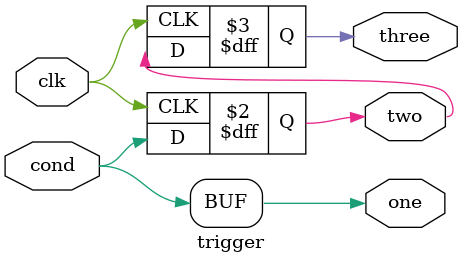
<source format=v>
`timescale 1ns / 1ps

module trigger(
  input clk,
  input cond,
  output one,
  output reg two,
  output reg three);

assign one = cond;

always @(posedge clk) begin
  two <= one;
  three <= two;
end

endmodule

</source>
